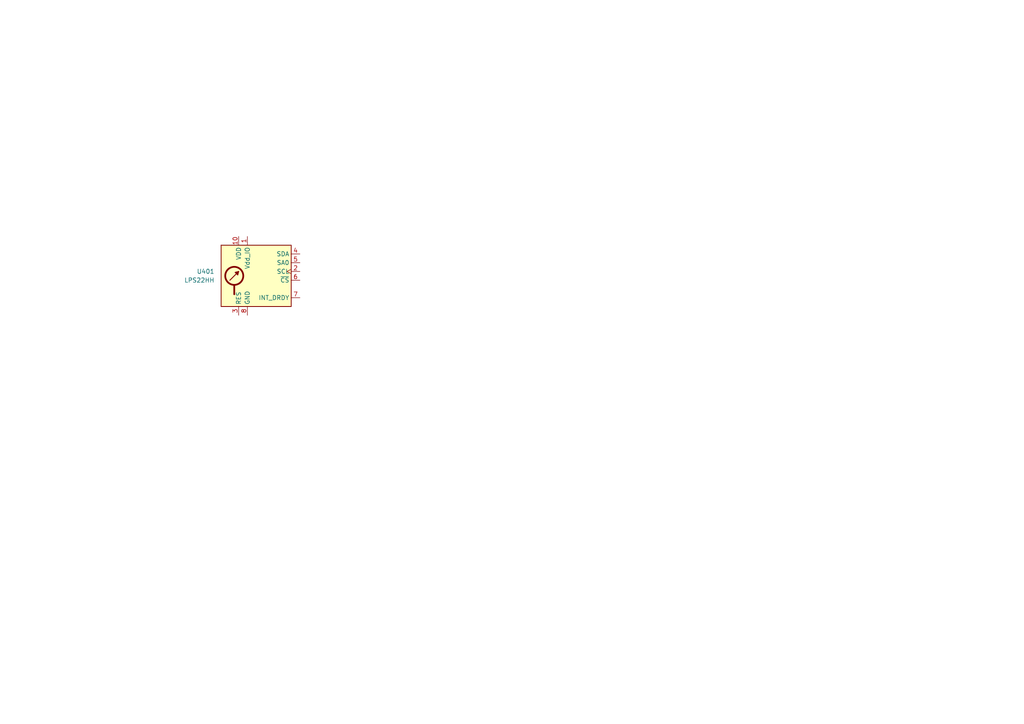
<source format=kicad_sch>
(kicad_sch (version 20230121) (generator eeschema)
  (paper "A4")
  (lib_symbols
    (symbol "Sensor_Pressure:LPS22HH"
      (property "Reference" "U" (at -11.43 1.27 0))
      (property "Value" "LPS22HH" (at -11.43 -1.27 0))
      (symbol "LPS22HH_0_1"
        (rectangle (start -10.16 10.16) (end 10.16 -7.62) (stroke (width 0.254)) (fill (type background)))
        (circle (center -6.35 1.27) (radius 2.6162) (stroke (width 0.508)))
        (polyline (pts (xy -7.62 0) (xy -5.08 2.54)) (stroke (width 0.254)))
        (polyline (pts (xy -6.35 -1.524) (xy -6.35 -4.064)) (stroke (width 0.508)))
        (polyline (pts (xy -5.08 2.54) (xy -5.334 1.524) (xy -6.096 2.286) (xy -5.08 2.54)) (stroke (width 0.254)) (fill (type outline)))
      )
      (symbol "LPS22HH_1_1"
        (pin power_in line (at -2.54 12.7 270) (length 2.54) (name "Vdd_IO") (number "1"))
        (pin power_in line (at -5.08 12.7 270) (length 2.54) (name "VDD") (number "10"))
        (pin input clock (at 12.7 2.54 180) (length 2.54) (name "SCL") (number "2"))
        (pin passive line (at -5.08 -10.16 90) (length 2.54) (name "RES") (number "3"))
        (pin bidirectional line (at 12.7 7.62 180) (length 2.54) (name "SDA") (number "4"))
        (pin input line (at 12.7 5.08 180) (length 2.54) (name "SA0") (number "5"))
        (pin input line (at 12.7 0 180) (length 2.54) (name "~{CS}") (number "6"))
        (pin output line (at 12.7 -5.08 180) (length 2.54) (name "INT_DRDY") (number "7"))
        (pin power_in line (at -2.54 -10.16 90) (length 2.54) (name "GND") (number "8"))
        (pin passive line (at -2.54 -10.16 90) (length 2.54) hide (name "GND") (number "9"))
      )
    )
  )
  (symbol (lib_id "Sensor_Pressure:LPS22HH") (at 74.295 81.28 0) (unit 1)
    (property "Reference" "U401" (at 62.23 78.74 0) (effects (justify right)))
    (property "Value" "LPS22HH" (at 62.23 81.28 0) (effects (justify right)))
    (property "Footprint" "Package_LGA:ST_HLGA-10_2x2mm_P0.5mm_LayoutBorder3x2y" (effects hide))
    (property "Datasheet" "https://www.st.com/resource/en/datasheet/lps22hh.pdf" (effects hide))
  )
)
</source>
